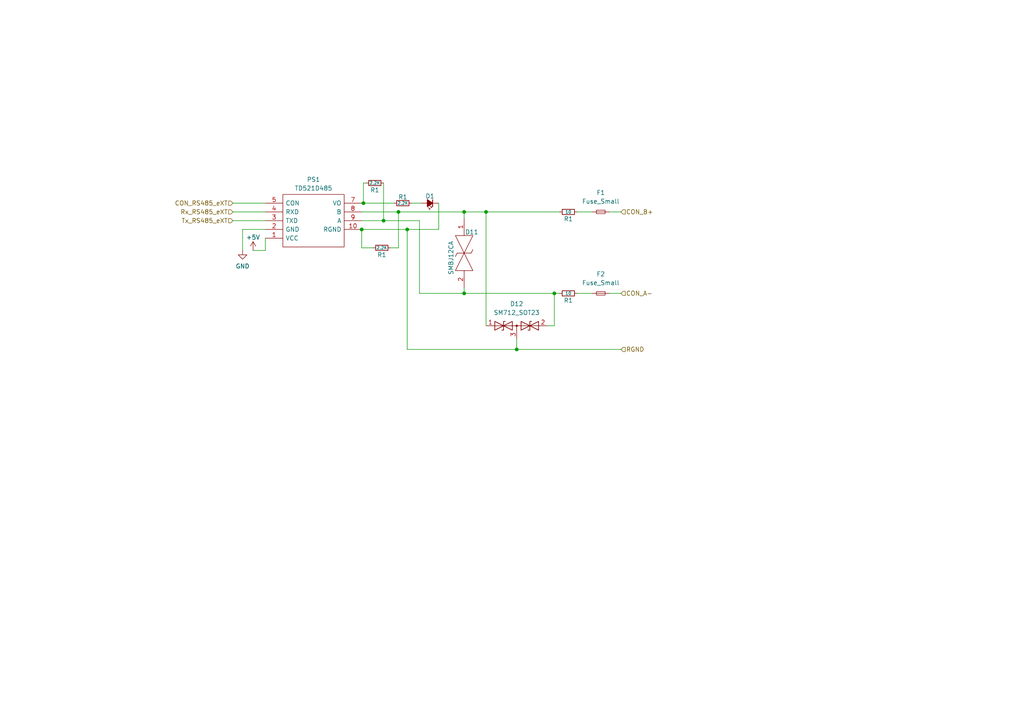
<source format=kicad_sch>
(kicad_sch (version 20230121) (generator eeschema)
  (paper "A4")
  (title_block (title "RoomLink") (date "2023-06-17") (rev "Version 1.0") (company "Designer: Raudy Rodríguez Moreno"))
  (lib_symbols
    (symbol "Device:Fuse_Small" (pin_numbers hide) (pin_names (offset 0.254) hide)
      (property "Reference" "F" (at 0 -1.524 0))
      (property "Value" "Fuse_Small" (at 0 1.524 0))
      (symbol "Fuse_Small_0_1"
        (rectangle (start -1.27 0.508) (end 1.27 -0.508))
        (polyline (pts (xy -1.27 0) (xy 1.27 0)))
      )
      (symbol "Fuse_Small_1_1"
        (pin passive line (at -2.54 0 0) (length 1.27) (name "~") (number "1"))
        (pin passive line (at 2.54 0 180) (length 1.27) (name "~") (number "2"))
      )
    )
    (symbol "Device:LED_Small_Filled" (pin_numbers hide) (pin_names (offset 0.254) hide)
      (property "Reference" "D" (at -1.27 3.175 0))
      (property "Value" "LED_Small_Filled" (at -4.445 -2.54 0))
      (symbol "LED_Small_Filled_0_1"
        (polyline (pts (xy -0.762 -1.016) (xy -0.762 1.016)) (stroke (width 0.254)))
        (polyline (pts (xy 1.016 0) (xy -0.762 0)))
        (polyline (pts (xy 0.762 -1.016) (xy -0.762 0) (xy 0.762 1.016) (xy 0.762 -1.016)) (stroke (width 0.254)) (fill (type outline)))
        (polyline (pts (xy 0 0.762) (xy -0.508 1.27) (xy -0.254 1.27) (xy -0.508 1.27) (xy -0.508 1.016)))
        (polyline (pts (xy 0.508 1.27) (xy 0 1.778) (xy 0.254 1.778) (xy 0 1.778) (xy 0 1.524)))
      )
      (symbol "LED_Small_Filled_1_1"
        (pin passive line (at -2.54 0 0) (length 1.778) (name "K") (number "1"))
        (pin passive line (at 2.54 0 180) (length 1.778) (name "A") (number "2"))
      )
    )
    (symbol "Device:R_Small" (pin_numbers hide) (pin_names (offset 0.254) hide)
      (property "Reference" "R" (at 0.762 0.508 0))
      (property "Value" "R_Small" (at 0.762 -1.016 0))
      (symbol "R_Small_0_1"
        (rectangle (start -0.762 1.778) (end 0.762 -1.778) (stroke (width 0.2032)))
      )
      (symbol "R_Small_1_1"
        (pin passive line (at 0 2.54 270) (length 0.762) (name "~") (number "1"))
        (pin passive line (at 0 -2.54 90) (length 0.762) (name "~") (number "2"))
      )
    )
    (symbol "Diode:SM712_SOT23" (pin_names (offset 1.016) hide)
      (property "Reference" "D" (at 0 4.445 0))
      (property "Value" "SM712_SOT23" (at 0 2.54 0))
      (symbol "SM712_SOT23_0_0"
        (polyline (pts (xy 0 -1.27) (xy 0 0)))
      )
      (symbol "SM712_SOT23_0_1"
        (polyline (pts (xy -6.35 0) (xy 6.35 0)))
        (polyline (pts (xy -3.302 1.27) (xy -3.81 1.27) (xy -3.81 -1.27) (xy -4.318 -1.27)) (stroke (width 0.2032)))
        (polyline (pts (xy 4.318 1.27) (xy 3.81 1.27) (xy 3.81 -1.27) (xy 3.302 -1.27)) (stroke (width 0.2032)))
        (polyline (pts (xy -6.35 -1.27) (xy -1.27 1.27) (xy -1.27 -1.27) (xy -6.35 1.27) (xy -6.35 -1.27)) (stroke (width 0.2032)))
        (polyline (pts (xy 1.27 -1.27) (xy 1.27 1.27) (xy 6.35 -1.27) (xy 6.35 1.27) (xy 1.27 -1.27)) (stroke (width 0.2032)))
        (circle (center 0 0) (radius 0.254) (fill (type outline)))
      )
      (symbol "SM712_SOT23_1_1"
        (pin passive line (at -8.89 0 0) (length 2.54) (name "A1") (number "1"))
        (pin passive line (at 8.89 0 180) (length 2.54) (name "A2") (number "2"))
        (pin input line (at 0 -3.81 90) (length 2.54) (name "common") (number "3"))
      )
    )
    (symbol "SMBJ12CA:SMBJ12CA" (pin_names (offset 0.762))
      (property "Reference" "D" (at 12.7 8.89 0))
      (property "Value" "SMBJ12CA" (at 12.7 6.35 0))
      (symbol "SMBJ12CA_0_0"
        (pin passive line (at 0 0 0) (length 5.08) (name "~") (number "1"))
        (pin passive line (at 20.32 0 180) (length 5.08) (name "~") (number "2"))
      )
      (symbol "SMBJ12CA_0_1"
        (polyline (pts (xy 9.144 2.54) (xy 10.16 2.032)) (stroke (width 0.1524)))
        (polyline (pts (xy 10.16 -2.032) (xy 10.16 2.032)) (stroke (width 0.1524)))
        (polyline (pts (xy 10.16 -2.032) (xy 11.176 -2.54)) (stroke (width 0.1524)))
        (polyline (pts (xy 10.16 0) (xy 5.08 -2.54) (xy 5.08 2.54) (xy 10.16 0)) (stroke (width 0.1524)))
        (polyline (pts (xy 10.16 0) (xy 15.24 -2.54) (xy 15.24 2.54) (xy 10.16 0)) (stroke (width 0.1524)))
      )
    )
    (symbol "SamacSys_Parts:TD521D485" (pin_names (offset 0.762))
      (property "Reference" "PS" (at 24.13 7.62 0))
      (property "Value" "TD521D485" (at 24.13 5.08 0))
      (symbol "TD521D485_0_0"
        (pin passive line (at 0 -10.16 0) (length 5.08) (name "VCC") (number "1"))
        (pin passive line (at 27.94 -7.62 180) (length 5.08) (name "RGND") (number "10"))
        (pin passive line (at 0 -7.62 0) (length 5.08) (name "GND") (number "2"))
        (pin passive line (at 0 -5.08 0) (length 5.08) (name "TXD") (number "3"))
        (pin passive line (at 0 -2.54 0) (length 5.08) (name "RXD") (number "4"))
        (pin passive line (at 0 0 0) (length 5.08) (name "CON") (number "5"))
        (pin passive line (at 27.94 0 180) (length 5.08) (name "VO") (number "7"))
        (pin passive line (at 27.94 -2.54 180) (length 5.08) (name "B") (number "8"))
        (pin passive line (at 27.94 -5.08 180) (length 5.08) (name "A") (number "9"))
      )
      (symbol "TD521D485_0_1"
        (polyline (pts (xy 5.08 2.54) (xy 22.86 2.54) (xy 22.86 -12.7) (xy 5.08 -12.7) (xy 5.08 2.54)) (stroke (width 0.1524)))
      )
    )
    (symbol "power:+5V" (power) (pin_names (offset 0))
      (property "Value" "+5V" (at 0 3.556 0))
      (symbol "+5V_0_1"
        (polyline (pts (xy -0.762 1.27) (xy 0 2.54)))
        (polyline (pts (xy 0 0) (xy 0 2.54)))
        (polyline (pts (xy 0 2.54) (xy 0.762 1.27)))
      )
      (symbol "+5V_1_1"
        (pin power_in line (at 0 0 90) (length 0) hide (name "+5V") (number "1"))
      )
    )
    (symbol "power:GND" (power) (pin_names (offset 0))
      (property "Value" "GND" (at 0 -3.81 0))
      (symbol "GND_0_1"
        (polyline (pts (xy 0 0) (xy 0 -1.27) (xy 1.27 -1.27) (xy 0 -2.54) (xy -1.27 -1.27) (xy 0 -1.27)))
      )
      (symbol "GND_1_1"
        (pin power_in line (at 0 0 270) (length 0) hide (name "GND") (number "1"))
      )
    )
  )
  (junction (at 140.97 61.468))
  (junction (at 115.57 61.468))
  (junction (at 160.782 85.09))
  (junction (at 149.86 101.346))
  (junction (at 134.62 85.09))
  (junction (at 111.252 64.008))
  (junction (at 104.902 66.548))
  (junction (at 118.11 66.548))
  (junction (at 105.41 58.928))
  (junction (at 134.62 61.468))
  (wire (pts (xy 67.564 64.008) (xy 76.962 64.008)))
  (wire (pts (xy 111.252 64.008) (xy 121.666 64.008)))
  (wire (pts (xy 70.358 66.548) (xy 76.962 66.548)))
  (wire (pts (xy 134.62 61.468) (xy 134.62 63.246)))
  (wire (pts (xy 140.97 61.468) (xy 140.97 94.488)))
  (wire (pts (xy 104.902 71.882) (xy 108.204 71.882)))
  (wire (pts (xy 118.11 66.548) (xy 104.902 66.548)))
  (wire (pts (xy 149.86 101.346) (xy 118.11 101.346)))
  (wire (pts (xy 140.97 61.468) (xy 162.306 61.468)))
  (wire (pts (xy 104.902 64.008) (xy 111.252 64.008)))
  (wire (pts (xy 127.254 58.928) (xy 127.254 66.548)))
  (wire (pts (xy 115.57 71.882) (xy 115.57 61.468)))
  (wire (pts (xy 121.666 85.09) (xy 121.666 64.008)))
  (wire (pts (xy 119.38 58.928) (xy 122.174 58.928)))
  (wire (pts (xy 134.62 83.566) (xy 134.62 85.09)))
  (wire (pts (xy 176.784 85.09) (xy 180.086 85.09)))
  (wire (pts (xy 70.358 72.644) (xy 70.358 66.548)))
  (wire (pts (xy 113.284 71.882) (xy 115.57 71.882)))
  (wire (pts (xy 73.406 72.644) (xy 76.962 72.644)))
  (wire (pts (xy 176.784 61.468) (xy 180.086 61.468)))
  (wire (pts (xy 167.386 61.468) (xy 171.704 61.468)))
  (wire (pts (xy 115.57 61.468) (xy 134.62 61.468)))
  (wire (pts (xy 105.41 53.086) (xy 105.41 58.928)))
  (wire (pts (xy 160.782 85.09) (xy 134.62 85.09)))
  (wire (pts (xy 106.172 53.086) (xy 105.41 53.086)))
  (wire (pts (xy 127.254 66.548) (xy 118.11 66.548)))
  (wire (pts (xy 167.386 85.09) (xy 171.704 85.09)))
  (wire (pts (xy 149.86 101.346) (xy 180.086 101.346)))
  (wire (pts (xy 158.75 94.488) (xy 160.782 94.488)))
  (wire (pts (xy 160.782 94.488) (xy 160.782 85.09)))
  (wire (pts (xy 104.902 61.468) (xy 115.57 61.468)))
  (wire (pts (xy 76.962 72.644) (xy 76.962 69.088)))
  (wire (pts (xy 67.564 58.928) (xy 76.962 58.928)))
  (wire (pts (xy 111.252 53.086) (xy 111.252 64.008)))
  (wire (pts (xy 134.62 85.09) (xy 121.666 85.09)))
  (wire (pts (xy 162.306 85.09) (xy 160.782 85.09)))
  (wire (pts (xy 67.564 61.468) (xy 76.962 61.468)))
  (wire (pts (xy 114.3 58.928) (xy 105.41 58.928)))
  (wire (pts (xy 149.86 98.298) (xy 149.86 101.346)))
  (wire (pts (xy 118.11 101.346) (xy 118.11 66.548)))
  (wire (pts (xy 104.902 66.548) (xy 104.902 71.882)))
  (wire (pts (xy 104.902 58.928) (xy 105.41 58.928)))
  (wire (pts (xy 134.62 61.468) (xy 140.97 61.468)))
  (hierarchical_label "CON_A-" (shape input) (at 180.086 85.09 0))
  (hierarchical_label "CON_RS485_eXT" (shape input) (at 67.564 58.928 180))
  (hierarchical_label "RGND" (shape input) (at 180.086 101.346 0))
  (hierarchical_label "Rx_RS485_eXT" (shape input) (at 67.564 61.468 180))
  (hierarchical_label "Tx_RS485_eXT" (shape input) (at 67.564 64.008 180))
  (hierarchical_label "CON_B+" (shape input) (at 180.086 61.468 0))
  (symbol (lib_id "power:+5V") (at 73.406 72.644 0) (unit 1)
    (property "Reference" "#PWR032" (effects hide))
    (property "Value" "+5V" (at 73.406 68.834 0))
  )
  (symbol (lib_id "SamacSys_Parts:TD521D485") (at 76.962 58.928 0) (unit 1)
    (property "Reference" "PS1" (at 90.932 52.07 0))
    (property "Value" "TD521D485" (at 90.932 54.61 0))
    (property "Footprint" "LibKiCad:TD521D485" (effects hide))
    (property "Datasheet" "https://www.mornsun-power.com/html/pdf/TD521D485.html" (effects hide))
    (property "Description" "Interface Circuit" (effects hide))
    (property "Height" "8.1" (effects hide))
    (property "Manufacturer_Name" "Mornsun Power" (effects hide))
    (property "Manufacturer_Part_Number" "TD521D485" (effects hide))
  )
  (symbol (lib_id "SMBJ12CA:SMBJ12CA") (at 134.62 63.246 270) (unit 1)
    (property "Reference" "D11" (at 134.874 67.31 90) (effects (justify left)))
    (property "Value" "SMBJ12CA" (at 130.81 69.85 0) (effects (justify left)))
    (property "Footprint" "LibKiCad:DIONM5436X261N" (effects hide))
    (property "Datasheet" "https://m.littelfuse.com/~/media/electronics/datasheets/tvs_diodes/littelfuse_tvs_diode_smbj_datasheet.pdf.pdf" (effects hide))
    (property "Description" "LITTELFUSE - SMBJ12CA - DIODE, TVS, 12V, 600W, BIDIR, SMB" (effects hide))
    (property "Height" "2.61" (effects hide))
    (property "Mouser Part Number" "576-SMBJ12CA" (effects hide))
    (property "Mouser Price/Stock" "https://www.mouser.co.uk/ProductDetail/Littelfuse/SMBJ12CA?qs=JJML70Qc14tv%252BYPaofUAPg%3D%3D" (effects hide))
    (property "Manufacturer_Name" "LITTELFUSE" (effects hide))
    (property "Manufacturer_Part_Number" "SMBJ12CA" (effects hide))
  )
  (symbol (lib_id "Device:R_Small") (at 116.84 58.928 270) (unit 1)
    (property "Reference" "R1" (at 116.84 57.15 90))
    (property "Value" "2.2K" (at 116.84 58.928 90) (effects (font (size 0.9 0.9))))
    (property "Footprint" "Resistor_SMD:R_0805_2012Metric_Pad1.20x1.40mm_HandSolder" (effects hide))
    (instances (project "RoomLink" (path "" (reference "R1") (unit 1)) (path "" (reference "R2") (unit 1)) (path "" (reference "R4") (unit 1)) (path "" (reference "R6") (unit 1)) (path "" (reference "R22") (unit 1)) (path "" (reference "R3") (unit 1))))
  )
  (symbol (lib_id "Device:R_Small") (at 164.846 61.468 270) (unit 1)
    (property "Reference" "R1" (at 164.846 63.5 90))
    (property "Value" "10" (at 164.846 61.468 90) (effects (font (size 0.9 0.9))))
    (property "Footprint" "Resistor_SMD:R_0805_2012Metric_Pad1.20x1.40mm_HandSolder" (effects hide))
    (instances (project "RoomLink" (path "" (reference "R1") (unit 1)) (path "" (reference "R2") (unit 1)) (path "" (reference "R4") (unit 1)) (path "" (reference "R6") (unit 1)) (path "" (reference "R25") (unit 1)) (path "" (reference "R3") (unit 1))))
  )
  (symbol (lib_id "Device:R_Small") (at 110.744 71.882 270) (unit 1)
    (property "Reference" "R1" (at 110.744 73.914 90))
    (property "Value" "2.2K" (at 110.744 71.882 90) (effects (font (size 0.9 0.9))))
    (property "Footprint" "Resistor_SMD:R_0805_2012Metric_Pad1.20x1.40mm_HandSolder" (effects hide))
    (instances (project "RoomLink" (path "" (reference "R1") (unit 1)) (path "" (reference "R2") (unit 1)) (path "" (reference "R4") (unit 1)) (path "" (reference "R6") (unit 1)) (path "" (reference "R24") (unit 1)) (path "" (reference "R3") (unit 1))))
  )
  (symbol (lib_id "Device:Fuse_Small") (at 174.244 61.468 0) (unit 1)
    (property "Reference" "F1" (at 174.244 55.88 0))
    (property "Value" "Fuse_Small" (at 174.244 58.42 0))
  )
  (symbol (lib_id "Device:R_Small") (at 164.846 85.09 270) (unit 1)
    (property "Reference" "R1" (at 164.846 87.122 90))
    (property "Value" "10" (at 164.846 85.09 90) (effects (font (size 0.9 0.9))))
    (property "Footprint" "Resistor_SMD:R_0805_2012Metric_Pad1.20x1.40mm_HandSolder" (effects hide))
    (instances (project "RoomLink" (path "" (reference "R1") (unit 1)) (path "" (reference "R2") (unit 1)) (path "" (reference "R4") (unit 1)) (path "" (reference "R6") (unit 1)) (path "" (reference "R26") (unit 1)) (path "" (reference "R3") (unit 1))))
  )
  (symbol (lib_id "Device:R_Small") (at 108.712 53.086 270) (unit 1)
    (property "Reference" "R1" (at 108.712 55.118 90))
    (property "Value" "2.2K" (at 108.712 53.086 90) (effects (font (size 0.9 0.9))))
    (property "Footprint" "Resistor_SMD:R_0805_2012Metric_Pad1.20x1.40mm_HandSolder" (effects hide))
    (instances (project "RoomLink" (path "" (reference "R1") (unit 1)) (path "" (reference "R2") (unit 1)) (path "" (reference "R4") (unit 1)) (path "" (reference "R6") (unit 1)) (path "" (reference "R23") (unit 1)) (path "" (reference "R3") (unit 1))))
  )
  (symbol (lib_id "Diode:SM712_SOT23") (at 149.86 94.488 0) (unit 1)
    (property "Reference" "D12" (at 149.86 88.138 0))
    (property "Value" "SM712_SOT23" (at 149.86 90.678 0))
    (property "Footprint" "Package_TO_SOT_SMD:SOT-23" (effects hide))
    (property "Datasheet" "https://www.littelfuse.com/~/media/electronics/datasheets/tvs_diode_arrays/littelfuse_tvs_diode_array_sm712_datasheet.pdf.pdf" (effects hide))
  )
  (symbol (lib_id "Device:LED_Small_Filled") (at 124.714 58.928 180) (unit 1)
    (property "Reference" "D1" (at 124.714 56.896 0))
    (property "Value" "LED_Small_Filled" (effects hide))
    (property "Footprint" "LED_SMD:LED_0805_2012Metric_Pad1.15x1.40mm_HandSolder" (effects hide))
    (instances (project "RoomLink" (path "" (reference "D1") (unit 1)) (path "" (reference "D2") (unit 1)) (path "" (reference "D4") (unit 1)) (path "" (reference "D6") (unit 1)) (path "" (reference "D10") (unit 1)) (path "" (reference "D3") (unit 1))))
  )
  (symbol (lib_id "power:GND") (at 70.358 72.644 0) (unit 1)
    (property "Reference" "#PWR033" (effects hide))
    (property "Value" "GND" (at 70.358 77.216 0))
  )
  (symbol (lib_id "Device:Fuse_Small") (at 174.244 85.09 0) (unit 1)
    (property "Reference" "F2" (at 174.244 79.502 0))
    (property "Value" "Fuse_Small" (at 174.244 82.042 0))
  )
)
</source>
